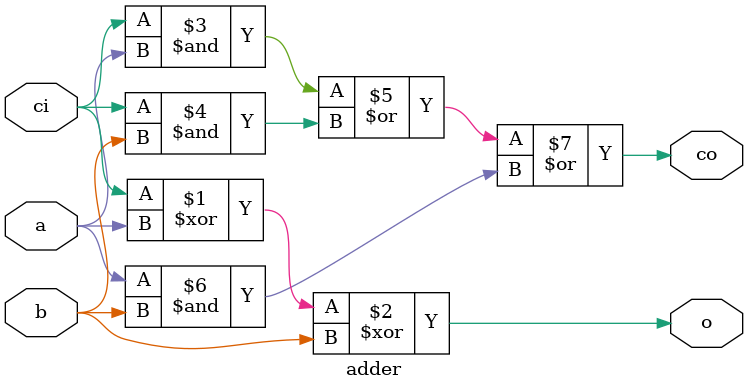
<source format=v>
module adder(input ci, a, b, output o, co);

	assign o = ci ^ a ^ b;
	assign co = (ci&a) | (ci&b) | (a&b);

endmodule
</source>
